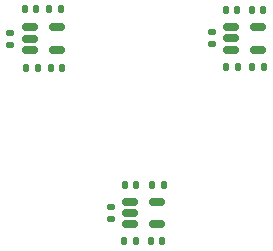
<source format=gbr>
%TF.GenerationSoftware,KiCad,Pcbnew,8.0.8-8.0.8-0~ubuntu22.04.1*%
%TF.CreationDate,2025-03-19T14:39:25-04:00*%
%TF.ProjectId,hpk_5mm,68706b5f-356d-46d2-9e6b-696361645f70,rev?*%
%TF.SameCoordinates,Original*%
%TF.FileFunction,Soldermask,Top*%
%TF.FilePolarity,Negative*%
%FSLAX46Y46*%
G04 Gerber Fmt 4.6, Leading zero omitted, Abs format (unit mm)*
G04 Created by KiCad (PCBNEW 8.0.8-8.0.8-0~ubuntu22.04.1) date 2025-03-19 14:39:25*
%MOMM*%
%LPD*%
G01*
G04 APERTURE LIST*
G04 Aperture macros list*
%AMRoundRect*
0 Rectangle with rounded corners*
0 $1 Rounding radius*
0 $2 $3 $4 $5 $6 $7 $8 $9 X,Y pos of 4 corners*
0 Add a 4 corners polygon primitive as box body*
4,1,4,$2,$3,$4,$5,$6,$7,$8,$9,$2,$3,0*
0 Add four circle primitives for the rounded corners*
1,1,$1+$1,$2,$3*
1,1,$1+$1,$4,$5*
1,1,$1+$1,$6,$7*
1,1,$1+$1,$8,$9*
0 Add four rect primitives between the rounded corners*
20,1,$1+$1,$2,$3,$4,$5,0*
20,1,$1+$1,$4,$5,$6,$7,0*
20,1,$1+$1,$6,$7,$8,$9,0*
20,1,$1+$1,$8,$9,$2,$3,0*%
G04 Aperture macros list end*
%ADD10RoundRect,0.135000X-0.185000X0.135000X-0.185000X-0.135000X0.185000X-0.135000X0.185000X0.135000X0*%
%ADD11RoundRect,0.140000X0.140000X0.170000X-0.140000X0.170000X-0.140000X-0.170000X0.140000X-0.170000X0*%
%ADD12RoundRect,0.140000X-0.140000X-0.170000X0.140000X-0.170000X0.140000X0.170000X-0.140000X0.170000X0*%
%ADD13RoundRect,0.150000X-0.512500X-0.150000X0.512500X-0.150000X0.512500X0.150000X-0.512500X0.150000X0*%
%ADD14RoundRect,0.135000X0.135000X0.185000X-0.135000X0.185000X-0.135000X-0.185000X0.135000X-0.185000X0*%
%ADD15RoundRect,0.135000X-0.135000X-0.185000X0.135000X-0.185000X0.135000X0.185000X-0.135000X0.185000X0*%
G04 APERTURE END LIST*
D10*
%TO.C,R12*%
X143700000Y-80790000D03*
X143700000Y-81810000D03*
%TD*%
D11*
%TO.C,C2*%
X139458200Y-64048000D03*
X138498200Y-64048000D03*
%TD*%
D10*
%TO.C,R8*%
X152241600Y-66023900D03*
X152241600Y-67043900D03*
%TD*%
D12*
%TO.C,C4*%
X136418200Y-64048000D03*
X137378200Y-64048000D03*
%TD*%
D13*
%TO.C,U2*%
X153904100Y-65583900D03*
X153904100Y-66533900D03*
X153904100Y-67483900D03*
X156179100Y-67483900D03*
X156179100Y-65583900D03*
%TD*%
%TO.C,U3*%
X145362500Y-80350000D03*
X145362500Y-81300000D03*
X145362500Y-82250000D03*
X147637500Y-82250000D03*
X147637500Y-80350000D03*
%TD*%
D14*
%TO.C,R3*%
X137508200Y-69048000D03*
X136488200Y-69048000D03*
%TD*%
D12*
%TO.C,C6*%
X155661600Y-64133900D03*
X156621600Y-64133900D03*
%TD*%
%TO.C,C8*%
X153461600Y-64133900D03*
X154421600Y-64133900D03*
%TD*%
%TO.C,C11*%
X147120000Y-83700000D03*
X148080000Y-83700000D03*
%TD*%
%TO.C,C10*%
X147220000Y-78900000D03*
X148180000Y-78900000D03*
%TD*%
D15*
%TO.C,R11*%
X144790000Y-83700000D03*
X145810000Y-83700000D03*
%TD*%
D12*
%TO.C,C3*%
X138638200Y-69048000D03*
X139598200Y-69048000D03*
%TD*%
D15*
%TO.C,R7*%
X153421600Y-68933900D03*
X154441600Y-68933900D03*
%TD*%
D12*
%TO.C,C7*%
X155681600Y-68933900D03*
X156641600Y-68933900D03*
%TD*%
%TO.C,C12*%
X144920000Y-78900000D03*
X145880000Y-78900000D03*
%TD*%
D10*
%TO.C,R4*%
X135198200Y-66038000D03*
X135198200Y-67058000D03*
%TD*%
D13*
%TO.C,U1*%
X136860700Y-65598000D03*
X136860700Y-66548000D03*
X136860700Y-67498000D03*
X139135700Y-67498000D03*
X139135700Y-65598000D03*
%TD*%
M02*

</source>
